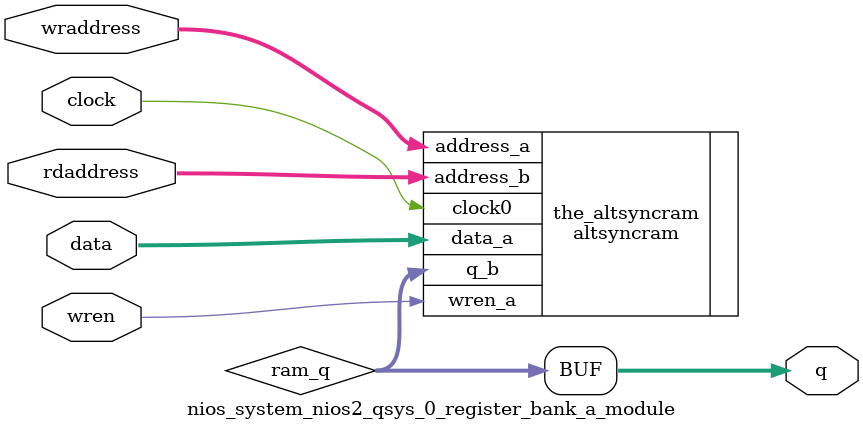
<source format=v>
module nios_system_nios2_qsys_0_register_bank_a_module (
                                                         // inputs:
                                                          clock,
                                                          data,
                                                          rdaddress,
                                                          wraddress,
                                                          wren,
                                                         // outputs:
                                                          q
                                                       )
;
  parameter lpm_file = "UNUSED";
  output  [ 31: 0] q;
  input            clock;
  input   [ 31: 0] data;
  input   [  4: 0] rdaddress;
  input   [  4: 0] wraddress;
  input            wren;
  wire    [ 31: 0] q;
  wire    [ 31: 0] ram_q;
  assign q = ram_q;
  altsyncram the_altsyncram
    (
      .address_a (wraddress),
      .address_b (rdaddress),
      .clock0 (clock),
      .data_a (data),
      .q_b (ram_q),
      .wren_a (wren)
    );
  defparam the_altsyncram.address_reg_b = "CLOCK0",
           the_altsyncram.init_file = lpm_file,
           the_altsyncram.maximum_depth = 0,
           the_altsyncram.numwords_a = 32,
           the_altsyncram.numwords_b = 32,
           the_altsyncram.operation_mode = "DUAL_PORT",
           the_altsyncram.outdata_reg_b = "UNREGISTERED",
           the_altsyncram.ram_block_type = "AUTO",
           the_altsyncram.rdcontrol_reg_b = "CLOCK0",
           the_altsyncram.read_during_write_mode_mixed_ports = "DONT_CARE",
           the_altsyncram.width_a = 32,
           the_altsyncram.width_b = 32,
           the_altsyncram.widthad_a = 5,
           the_altsyncram.widthad_b = 5;
endmodule
</source>
